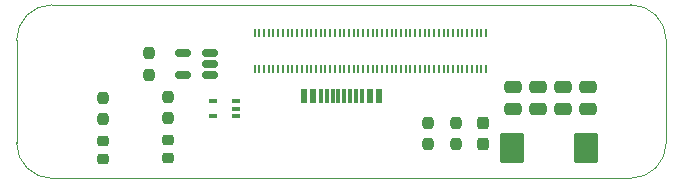
<source format=gtp>
G04 #@! TF.GenerationSoftware,KiCad,Pcbnew,(6.0.0)*
G04 #@! TF.CreationDate,2022-02-03T13:29:45+01:00*
G04 #@! TF.ProjectId,MinCab,4d696e43-6162-42e6-9b69-6361645f7063,rev?*
G04 #@! TF.SameCoordinates,Original*
G04 #@! TF.FileFunction,Paste,Top*
G04 #@! TF.FilePolarity,Positive*
%FSLAX46Y46*%
G04 Gerber Fmt 4.6, Leading zero omitted, Abs format (unit mm)*
G04 Created by KiCad (PCBNEW (6.0.0)) date 2022-02-03 13:29:45*
%MOMM*%
%LPD*%
G01*
G04 APERTURE LIST*
G04 Aperture macros list*
%AMRoundRect*
0 Rectangle with rounded corners*
0 $1 Rounding radius*
0 $2 $3 $4 $5 $6 $7 $8 $9 X,Y pos of 4 corners*
0 Add a 4 corners polygon primitive as box body*
4,1,4,$2,$3,$4,$5,$6,$7,$8,$9,$2,$3,0*
0 Add four circle primitives for the rounded corners*
1,1,$1+$1,$2,$3*
1,1,$1+$1,$4,$5*
1,1,$1+$1,$6,$7*
1,1,$1+$1,$8,$9*
0 Add four rect primitives between the rounded corners*
20,1,$1+$1,$2,$3,$4,$5,0*
20,1,$1+$1,$4,$5,$6,$7,0*
20,1,$1+$1,$6,$7,$8,$9,0*
20,1,$1+$1,$8,$9,$2,$3,0*%
G04 Aperture macros list end*
G04 #@! TA.AperFunction,Profile*
%ADD10C,0.050000*%
G04 #@! TD*
%ADD11RoundRect,0.250000X0.475000X-0.250000X0.475000X0.250000X-0.475000X0.250000X-0.475000X-0.250000X0*%
%ADD12RoundRect,0.150000X0.512500X0.150000X-0.512500X0.150000X-0.512500X-0.150000X0.512500X-0.150000X0*%
%ADD13R,0.200000X0.700000*%
%ADD14RoundRect,0.237500X-0.237500X0.250000X-0.237500X-0.250000X0.237500X-0.250000X0.237500X0.250000X0*%
%ADD15RoundRect,0.237500X0.237500X-0.250000X0.237500X0.250000X-0.237500X0.250000X-0.237500X-0.250000X0*%
%ADD16R,0.650000X0.400000*%
%ADD17RoundRect,0.218750X-0.256250X0.218750X-0.256250X-0.218750X0.256250X-0.218750X0.256250X0.218750X0*%
%ADD18R,0.600000X1.150000*%
%ADD19R,0.300000X1.150000*%
%ADD20RoundRect,0.237500X-0.237500X0.300000X-0.237500X-0.300000X0.237500X-0.300000X0.237500X0.300000X0*%
%ADD21RoundRect,0.250000X-0.787500X-1.025000X0.787500X-1.025000X0.787500X1.025000X-0.787500X1.025000X0*%
G04 APERTURE END LIST*
D10*
X117300000Y-91200000D02*
G75*
G03*
X120300000Y-94200000I3000001J1D01*
G01*
X172300000Y-82500000D02*
X172300000Y-91200000D01*
X169300000Y-94200000D02*
X120300000Y-94200000D01*
X172300000Y-82500000D02*
G75*
G03*
X169300000Y-79500000I-3000001J-1D01*
G01*
X169300000Y-94200000D02*
G75*
G03*
X172300000Y-91200000I-1J3000001D01*
G01*
X120300000Y-79500000D02*
X169300000Y-79500000D01*
X120300000Y-79500000D02*
G75*
G03*
X117300000Y-82500000I1J-3000001D01*
G01*
X117300000Y-82500000D02*
X117300000Y-91200000D01*
D11*
X159350000Y-88350000D03*
X159350000Y-86450000D03*
X161450000Y-88350000D03*
X161450000Y-86450000D03*
D12*
X133637500Y-85450000D03*
X133637500Y-84500000D03*
X133637500Y-83550000D03*
X131362500Y-83550000D03*
X131362500Y-85450000D03*
D13*
X137450000Y-84950000D03*
X137450000Y-81870000D03*
X137850000Y-84950000D03*
X137850000Y-81870000D03*
X138250000Y-84950000D03*
X138250000Y-81870000D03*
X138650000Y-84950000D03*
X138650000Y-81870000D03*
X139050000Y-84950000D03*
X139050000Y-81870000D03*
X139450000Y-84950000D03*
X139450000Y-81870000D03*
X139850000Y-84950000D03*
X139850000Y-81870000D03*
X140250000Y-84950000D03*
X140250000Y-81870000D03*
X140650000Y-84950000D03*
X140650000Y-81870000D03*
X141050000Y-84950000D03*
X141050000Y-81870000D03*
X141450000Y-84950000D03*
X141450000Y-81870000D03*
X141850000Y-84950000D03*
X141850000Y-81870000D03*
X142250000Y-84950000D03*
X142250000Y-81870000D03*
X142650000Y-84950000D03*
X142650000Y-81870000D03*
X143050000Y-84950000D03*
X143050000Y-81870000D03*
X143450000Y-84950000D03*
X143450000Y-81870000D03*
X143850000Y-84950000D03*
X143850000Y-81870000D03*
X144250000Y-84950000D03*
X144250000Y-81870000D03*
X144650000Y-84950000D03*
X144650000Y-81870000D03*
X145050000Y-84950000D03*
X145050000Y-81870000D03*
X145450000Y-84950000D03*
X145450000Y-81870000D03*
X145850000Y-84950000D03*
X145850000Y-81870000D03*
X146250000Y-84950000D03*
X146250000Y-81870000D03*
X146650000Y-84950000D03*
X146650000Y-81870000D03*
X147050000Y-84950000D03*
X147050000Y-81870000D03*
X147450000Y-84950000D03*
X147450000Y-81870000D03*
X147850000Y-84950000D03*
X147850000Y-81870000D03*
X148250000Y-84950000D03*
X148250000Y-81870000D03*
X148650000Y-84950000D03*
X148650000Y-81870000D03*
X149050000Y-84950000D03*
X149050000Y-81870000D03*
X149450000Y-84950000D03*
X149450000Y-81870000D03*
X149850000Y-84950000D03*
X149850000Y-81870000D03*
X150250000Y-84950000D03*
X150250000Y-81870000D03*
X150650000Y-84950000D03*
X150650000Y-81870000D03*
X151050000Y-84950000D03*
X151050000Y-81870000D03*
X151450000Y-84950000D03*
X151450000Y-81870000D03*
X151850000Y-84950000D03*
X151850000Y-81870000D03*
X152250000Y-84950000D03*
X152250000Y-81870000D03*
X152650000Y-84950000D03*
X152650000Y-81870000D03*
X153050000Y-84950000D03*
X153050000Y-81870000D03*
X153450000Y-84950000D03*
X153450000Y-81870000D03*
X153850000Y-84950000D03*
X153850000Y-81870000D03*
X154250000Y-84950000D03*
X154250000Y-81870000D03*
X154650000Y-84950000D03*
X154650000Y-81870000D03*
X155050000Y-84950000D03*
X155050000Y-81870000D03*
X155450000Y-84950000D03*
X155450000Y-81870000D03*
X155850000Y-84950000D03*
X155850000Y-81870000D03*
X156250000Y-84950000D03*
X156250000Y-81870000D03*
X156650000Y-84950000D03*
X156650000Y-81870000D03*
X157050000Y-84950000D03*
X157050000Y-81870000D03*
D14*
X154500000Y-89487500D03*
X154500000Y-91312500D03*
D15*
X128500000Y-85412500D03*
X128500000Y-83587500D03*
X124600000Y-89200000D03*
X124600000Y-87375000D03*
D16*
X135850000Y-88950000D03*
X135850000Y-88300000D03*
X135850000Y-87650000D03*
X133950000Y-87650000D03*
X133950000Y-88950000D03*
D15*
X130100000Y-89112500D03*
X130100000Y-87287500D03*
D17*
X124600000Y-91000000D03*
X124600000Y-92575000D03*
D11*
X165650000Y-88350000D03*
X165650000Y-86450000D03*
X163550000Y-88350000D03*
X163550000Y-86450000D03*
D15*
X152150000Y-91312500D03*
X152150000Y-89487500D03*
D18*
X141600000Y-87245000D03*
X142400000Y-87245000D03*
D19*
X143550000Y-87245000D03*
X144550000Y-87245000D03*
X145050000Y-87245000D03*
X146050000Y-87245000D03*
D18*
X148000000Y-87245000D03*
X147200000Y-87245000D03*
D19*
X146550000Y-87245000D03*
X145550000Y-87245000D03*
X144050000Y-87245000D03*
X143050000Y-87245000D03*
D20*
X156800000Y-89550000D03*
X156800000Y-91275000D03*
D21*
X159287500Y-91600000D03*
X165512500Y-91600000D03*
D17*
X130100000Y-90912500D03*
X130100000Y-92487500D03*
M02*

</source>
